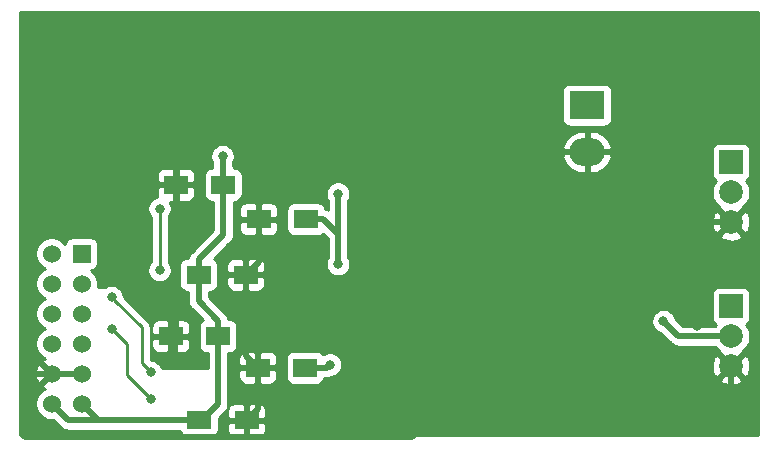
<source format=gbl>
G04 #@! TF.GenerationSoftware,KiCad,Pcbnew,(5.1.2)-2*
G04 #@! TF.CreationDate,2019-07-07T18:05:40+09:00*
G04 #@! TF.ProjectId,PmodICSIF,506d6f64-4943-4534-9946-2e6b69636164,rev?*
G04 #@! TF.SameCoordinates,Original*
G04 #@! TF.FileFunction,Copper,L2,Bot*
G04 #@! TF.FilePolarity,Positive*
%FSLAX46Y46*%
G04 Gerber Fmt 4.6, Leading zero omitted, Abs format (unit mm)*
G04 Created by KiCad (PCBNEW (5.1.2)-2) date 2019-07-07 18:05:40*
%MOMM*%
%LPD*%
G04 APERTURE LIST*
%ADD10R,2.000000X1.600000*%
%ADD11O,3.000000X2.350000*%
%ADD12R,3.000000X2.350000*%
%ADD13R,2.000000X2.000000*%
%ADD14C,2.000000*%
%ADD15R,1.524000X1.524000*%
%ADD16C,1.524000*%
%ADD17C,0.800000*%
%ADD18C,0.500000*%
%ADD19C,0.250000*%
%ADD20C,0.254000*%
G04 APERTURE END LIST*
D10*
X83757000Y-90805000D03*
X87757000Y-90805000D03*
X88201000Y-77978000D03*
X84201000Y-77978000D03*
X91123000Y-93472000D03*
X95123000Y-93472000D03*
X95186000Y-80899000D03*
X91186000Y-80899000D03*
X86170000Y-97917000D03*
X90170000Y-97917000D03*
X90106000Y-85598000D03*
X86106000Y-85598000D03*
D11*
X118999000Y-75207000D03*
D12*
X118999000Y-71247000D03*
D13*
X131191000Y-88265000D03*
D14*
X131191000Y-90805000D03*
X131191000Y-93345000D03*
X131191000Y-81153000D03*
X131191000Y-78613000D03*
D13*
X131191000Y-76073000D03*
D15*
X76200000Y-83820000D03*
D16*
X73660000Y-83820000D03*
X76200000Y-86360000D03*
X73660000Y-86360000D03*
X76200000Y-88900000D03*
X73660000Y-88900000D03*
X76200000Y-91440000D03*
X73660000Y-91440000D03*
X76200000Y-93980000D03*
X73660000Y-93980000D03*
X76200000Y-96520000D03*
X73660000Y-96520000D03*
D17*
X88138000Y-75565000D03*
X125460000Y-89535000D03*
X97239000Y-93218000D03*
X97917000Y-78743000D03*
X97917000Y-84709000D03*
X82804000Y-85217000D03*
X82804000Y-80010000D03*
X78740000Y-87503000D03*
X82042000Y-93853000D03*
X78740000Y-90170000D03*
X82042000Y-96139000D03*
X91186000Y-82674000D03*
X84267000Y-79944000D03*
X84074000Y-92710000D03*
X91137000Y-95250000D03*
X106299000Y-78359000D03*
X106426000Y-91059000D03*
X124968000Y-94361000D03*
X128397000Y-81153000D03*
X118999000Y-78867000D03*
X90170000Y-66040000D03*
X92710000Y-66040000D03*
X95250000Y-66040000D03*
X97790000Y-66040000D03*
X100330000Y-66040000D03*
X102870000Y-66040000D03*
X105410000Y-66040000D03*
X107950000Y-66040000D03*
X110490000Y-66040000D03*
X113030000Y-68580000D03*
X115570000Y-68580000D03*
X118110000Y-68580000D03*
X120650000Y-68580000D03*
X123190000Y-68580000D03*
X125730000Y-69723000D03*
X111760000Y-69977000D03*
X111760000Y-72390000D03*
X125730000Y-72390000D03*
X128270000Y-89916000D03*
X127000000Y-87630000D03*
X125730000Y-91567000D03*
X113030000Y-66040000D03*
X115570000Y-66040000D03*
X118110000Y-66040000D03*
X120650000Y-66040000D03*
X123190000Y-66040000D03*
X125730000Y-66040000D03*
X128270000Y-66040000D03*
X130810000Y-66040000D03*
X91440000Y-68580000D03*
X93980000Y-68580000D03*
X96520000Y-68580000D03*
X99060000Y-68580000D03*
X101600000Y-68580000D03*
X104140000Y-68580000D03*
X106680000Y-68580000D03*
X109220000Y-68580000D03*
X92583000Y-71120000D03*
X95250000Y-71120000D03*
X97790000Y-71120000D03*
X100330000Y-71120000D03*
X102870000Y-71120000D03*
X105410000Y-71120000D03*
X107950000Y-71120000D03*
X90170000Y-71120000D03*
X91440000Y-73660000D03*
X93980000Y-73660000D03*
X96520000Y-73660000D03*
X99060000Y-73660000D03*
X101600000Y-73660000D03*
X104140000Y-73660000D03*
X106680000Y-73660000D03*
X109220000Y-73660000D03*
X92710000Y-76200000D03*
X95250000Y-76200000D03*
X97790000Y-76200000D03*
X102870000Y-76200000D03*
X105410000Y-76200000D03*
X107950000Y-76200000D03*
X86360000Y-67310000D03*
X83820000Y-67310000D03*
X81280000Y-67310000D03*
X80010000Y-69850000D03*
X82550000Y-69850000D03*
X85090000Y-69850000D03*
X86360000Y-72390000D03*
X83820000Y-72390000D03*
X81280000Y-72390000D03*
X80010000Y-74930000D03*
X82550000Y-74930000D03*
X111760000Y-77470000D03*
X113030000Y-80010000D03*
X111760000Y-82550000D03*
X114300000Y-82550000D03*
X114300000Y-86360000D03*
X111760000Y-86360000D03*
X109220000Y-86360000D03*
X106680000Y-86360000D03*
X101600000Y-86360000D03*
X99060000Y-86360000D03*
X96520000Y-86360000D03*
X93980000Y-86360000D03*
X92710000Y-88900000D03*
X95250000Y-88900000D03*
X102870000Y-88900000D03*
X105410000Y-88900000D03*
X107823000Y-88900000D03*
X110490000Y-88900000D03*
X113030000Y-88900000D03*
X115570000Y-88900000D03*
X114300000Y-91440000D03*
X111760000Y-91440000D03*
X109220000Y-91440000D03*
X81280000Y-78740000D03*
X78740000Y-78740000D03*
X78740000Y-81280000D03*
X130810000Y-68580000D03*
X130810000Y-71120000D03*
X128270000Y-72390000D03*
X128270000Y-69850000D03*
X125730000Y-76200000D03*
X127000000Y-85090000D03*
X129540000Y-85090000D03*
X109220000Y-96520000D03*
X111760000Y-96520000D03*
X114300000Y-96520000D03*
X113030000Y-93980000D03*
X110490000Y-93980000D03*
X128270000Y-92837000D03*
X128270000Y-95250000D03*
X128270000Y-97790000D03*
X105410000Y-96520000D03*
X101600000Y-97790000D03*
X78740000Y-85217000D03*
X90106000Y-88837000D03*
X84201000Y-88011000D03*
D18*
X76200000Y-96520000D02*
X77597000Y-97917000D01*
X87757000Y-92105000D02*
X87757000Y-90805000D01*
X87757000Y-96530000D02*
X87757000Y-92105000D01*
X86370000Y-97917000D02*
X87757000Y-96530000D01*
X86170000Y-97917000D02*
X86370000Y-97917000D01*
X86106000Y-87854000D02*
X86106000Y-85598000D01*
X87757000Y-90805000D02*
X87757000Y-89505000D01*
X87757000Y-89505000D02*
X86106000Y-87854000D01*
X86106000Y-84298000D02*
X88138000Y-82266000D01*
X86106000Y-85598000D02*
X86106000Y-84298000D01*
X88138000Y-82266000D02*
X88168000Y-82266000D01*
X88201000Y-82233000D02*
X88201000Y-77978000D01*
X88168000Y-82266000D02*
X88201000Y-82233000D01*
X88201000Y-76678000D02*
X88138000Y-76615000D01*
X88201000Y-77978000D02*
X88201000Y-76678000D01*
X88138000Y-76615000D02*
X88138000Y-75565000D01*
X75057000Y-97917000D02*
X77978000Y-97917000D01*
X73660000Y-96520000D02*
X75057000Y-97917000D01*
X77597000Y-97917000D02*
X77978000Y-97917000D01*
X77978000Y-97917000D02*
X86170000Y-97917000D01*
X126730000Y-90805000D02*
X125460000Y-89535000D01*
X131191000Y-90805000D02*
X126730000Y-90805000D01*
X96985000Y-93472000D02*
X97239000Y-93218000D01*
X95123000Y-93472000D02*
X96985000Y-93472000D01*
X97829000Y-82042000D02*
X97917000Y-82042000D01*
X96686000Y-80899000D02*
X97829000Y-82042000D01*
X95186000Y-80899000D02*
X96686000Y-80899000D01*
X97917000Y-78743000D02*
X97917000Y-82042000D01*
X97917000Y-82042000D02*
X97917000Y-84709000D01*
D19*
X82804000Y-85217000D02*
X82804000Y-80010000D01*
X81280000Y-90043000D02*
X79057500Y-87820500D01*
X81280000Y-93091000D02*
X81280000Y-90043000D01*
X82042000Y-93853000D02*
X81280000Y-93091000D01*
X78740000Y-87503000D02*
X79057500Y-87820500D01*
X79057500Y-87820500D02*
X79139999Y-87902999D01*
X78740000Y-90170000D02*
X79139999Y-90569999D01*
X79139999Y-90569999D02*
X80010000Y-91440000D01*
X80010000Y-91440000D02*
X80010000Y-94107000D01*
X80010000Y-94107000D02*
X82042000Y-96139000D01*
D18*
X84201000Y-90361000D02*
X83757000Y-90805000D01*
X84201000Y-77978000D02*
X84201000Y-88011000D01*
X91186000Y-84518000D02*
X90106000Y-85598000D01*
X91186000Y-80899000D02*
X91186000Y-84518000D01*
X90106000Y-92455000D02*
X91123000Y-93472000D01*
X90106000Y-85598000D02*
X90106000Y-88837000D01*
X91123000Y-96964000D02*
X90170000Y-97917000D01*
X91123000Y-93472000D02*
X91123000Y-96964000D01*
X71247000Y-77978000D02*
X84201000Y-77978000D01*
X73660000Y-93980000D02*
X71247000Y-93980000D01*
X71247000Y-93980000D02*
X71247000Y-77978000D01*
X76200000Y-93980000D02*
X73660000Y-93980000D01*
X84201000Y-77978000D02*
X84201000Y-73660000D01*
X84201000Y-73660000D02*
X91059000Y-73660000D01*
X91186000Y-73787000D02*
X91186000Y-80899000D01*
X91059000Y-73660000D02*
X91186000Y-73787000D01*
X84074000Y-91122000D02*
X83757000Y-90805000D01*
X84074000Y-92710000D02*
X84074000Y-91122000D01*
X90170000Y-99217000D02*
X90170000Y-97917000D01*
X90019999Y-99367001D02*
X90170000Y-99217000D01*
X71427001Y-99367001D02*
X90019999Y-99367001D01*
X71247000Y-99187000D02*
X71427001Y-99367001D01*
X71247000Y-93980000D02*
X71247000Y-99187000D01*
X104193001Y-99367001D02*
X104373002Y-99187000D01*
X131191000Y-93345000D02*
X131191000Y-98933000D01*
X104627002Y-98933000D02*
X104193001Y-99367001D01*
X104267000Y-78359000D02*
X103705999Y-78920001D01*
X106299000Y-78359000D02*
X104267000Y-78359000D01*
X90019999Y-99367001D02*
X103705999Y-99367001D01*
X103705999Y-99367001D02*
X104193001Y-99367001D01*
X103759000Y-91059000D02*
X103705999Y-91005999D01*
X106426000Y-91059000D02*
X103759000Y-91059000D01*
X103705999Y-78920001D02*
X103705999Y-91005999D01*
X103705999Y-91005999D02*
X103705999Y-99367001D01*
X125095000Y-95053685D02*
X125095000Y-98933000D01*
X124968000Y-94926685D02*
X125095000Y-95053685D01*
X124968000Y-94361000D02*
X124968000Y-94926685D01*
X131191000Y-98933000D02*
X125095000Y-98933000D01*
X125095000Y-98933000D02*
X104627002Y-98933000D01*
X131191000Y-81153000D02*
X128397000Y-81153000D01*
X126111000Y-78867000D02*
X118999000Y-78867000D01*
X128397000Y-81153000D02*
X126111000Y-78867000D01*
X90106000Y-88837000D02*
X90106000Y-92455000D01*
X84201000Y-88011000D02*
X84201000Y-90361000D01*
D20*
G36*
X133477000Y-99187000D02*
G01*
X91598259Y-99187000D01*
X91621185Y-99168185D01*
X91700537Y-99071494D01*
X91759502Y-98961180D01*
X91795812Y-98841482D01*
X91808072Y-98717000D01*
X91805000Y-98202750D01*
X91646250Y-98044000D01*
X90297000Y-98044000D01*
X90297000Y-98064000D01*
X90043000Y-98064000D01*
X90043000Y-98044000D01*
X88693750Y-98044000D01*
X88535000Y-98202750D01*
X88531928Y-98717000D01*
X88544188Y-98841482D01*
X88580498Y-98961180D01*
X88639463Y-99071494D01*
X88718815Y-99168185D01*
X88741741Y-99187000D01*
X87598259Y-99187000D01*
X87621185Y-99168185D01*
X87700537Y-99071494D01*
X87759502Y-98961180D01*
X87795812Y-98841482D01*
X87808072Y-98717000D01*
X87808072Y-97730507D01*
X88352050Y-97186529D01*
X88385817Y-97158817D01*
X88420136Y-97117000D01*
X88531928Y-97117000D01*
X88535000Y-97631250D01*
X88693750Y-97790000D01*
X90043000Y-97790000D01*
X90043000Y-96640750D01*
X90297000Y-96640750D01*
X90297000Y-97790000D01*
X91646250Y-97790000D01*
X91805000Y-97631250D01*
X91808072Y-97117000D01*
X91795812Y-96992518D01*
X91759502Y-96872820D01*
X91700537Y-96762506D01*
X91621185Y-96665815D01*
X91524494Y-96586463D01*
X91414180Y-96527498D01*
X91294482Y-96491188D01*
X91170000Y-96478928D01*
X90455750Y-96482000D01*
X90297000Y-96640750D01*
X90043000Y-96640750D01*
X89884250Y-96482000D01*
X89170000Y-96478928D01*
X89045518Y-96491188D01*
X88925820Y-96527498D01*
X88815506Y-96586463D01*
X88718815Y-96665815D01*
X88639463Y-96762506D01*
X88580498Y-96872820D01*
X88544188Y-96992518D01*
X88531928Y-97117000D01*
X88420136Y-97117000D01*
X88421740Y-97115046D01*
X88496410Y-97024060D01*
X88496411Y-97024059D01*
X88578589Y-96870313D01*
X88629195Y-96703490D01*
X88642000Y-96573477D01*
X88642000Y-96573467D01*
X88646281Y-96530001D01*
X88642000Y-96486535D01*
X88642000Y-94272000D01*
X89484928Y-94272000D01*
X89497188Y-94396482D01*
X89533498Y-94516180D01*
X89592463Y-94626494D01*
X89671815Y-94723185D01*
X89768506Y-94802537D01*
X89878820Y-94861502D01*
X89998518Y-94897812D01*
X90123000Y-94910072D01*
X90837250Y-94907000D01*
X90996000Y-94748250D01*
X90996000Y-93599000D01*
X91250000Y-93599000D01*
X91250000Y-94748250D01*
X91408750Y-94907000D01*
X92123000Y-94910072D01*
X92247482Y-94897812D01*
X92367180Y-94861502D01*
X92477494Y-94802537D01*
X92574185Y-94723185D01*
X92653537Y-94626494D01*
X92712502Y-94516180D01*
X92748812Y-94396482D01*
X92761072Y-94272000D01*
X92758000Y-93757750D01*
X92599250Y-93599000D01*
X91250000Y-93599000D01*
X90996000Y-93599000D01*
X89646750Y-93599000D01*
X89488000Y-93757750D01*
X89484928Y-94272000D01*
X88642000Y-94272000D01*
X88642000Y-92672000D01*
X89484928Y-92672000D01*
X89488000Y-93186250D01*
X89646750Y-93345000D01*
X90996000Y-93345000D01*
X90996000Y-92195750D01*
X91250000Y-92195750D01*
X91250000Y-93345000D01*
X92599250Y-93345000D01*
X92758000Y-93186250D01*
X92761072Y-92672000D01*
X93484928Y-92672000D01*
X93484928Y-94272000D01*
X93497188Y-94396482D01*
X93533498Y-94516180D01*
X93592463Y-94626494D01*
X93671815Y-94723185D01*
X93768506Y-94802537D01*
X93878820Y-94861502D01*
X93998518Y-94897812D01*
X94123000Y-94910072D01*
X96123000Y-94910072D01*
X96247482Y-94897812D01*
X96367180Y-94861502D01*
X96477494Y-94802537D01*
X96574185Y-94723185D01*
X96653537Y-94626494D01*
X96712502Y-94516180D01*
X96723351Y-94480413D01*
X130235192Y-94480413D01*
X130330956Y-94744814D01*
X130620571Y-94885704D01*
X130932108Y-94967384D01*
X131253595Y-94986718D01*
X131572675Y-94942961D01*
X131877088Y-94837795D01*
X132051044Y-94744814D01*
X132146808Y-94480413D01*
X131191000Y-93524605D01*
X130235192Y-94480413D01*
X96723351Y-94480413D01*
X96748812Y-94396482D01*
X96752701Y-94357000D01*
X96941531Y-94357000D01*
X96985000Y-94361281D01*
X97028469Y-94357000D01*
X97028477Y-94357000D01*
X97158490Y-94344195D01*
X97325313Y-94293589D01*
X97436998Y-94233893D01*
X97540898Y-94213226D01*
X97729256Y-94135205D01*
X97898774Y-94021937D01*
X98042937Y-93877774D01*
X98156205Y-93708256D01*
X98234226Y-93519898D01*
X98256564Y-93407595D01*
X129549282Y-93407595D01*
X129593039Y-93726675D01*
X129698205Y-94031088D01*
X129791186Y-94205044D01*
X130055587Y-94300808D01*
X131011395Y-93345000D01*
X131370605Y-93345000D01*
X132326413Y-94300808D01*
X132590814Y-94205044D01*
X132731704Y-93915429D01*
X132813384Y-93603892D01*
X132832718Y-93282405D01*
X132788961Y-92963325D01*
X132683795Y-92658912D01*
X132590814Y-92484956D01*
X132326413Y-92389192D01*
X131370605Y-93345000D01*
X131011395Y-93345000D01*
X130055587Y-92389192D01*
X129791186Y-92484956D01*
X129650296Y-92774571D01*
X129568616Y-93086108D01*
X129549282Y-93407595D01*
X98256564Y-93407595D01*
X98274000Y-93319939D01*
X98274000Y-93116061D01*
X98234226Y-92916102D01*
X98156205Y-92727744D01*
X98042937Y-92558226D01*
X97898774Y-92414063D01*
X97729256Y-92300795D01*
X97540898Y-92222774D01*
X97340939Y-92183000D01*
X97137061Y-92183000D01*
X96937102Y-92222774D01*
X96748744Y-92300795D01*
X96672010Y-92352067D01*
X96653537Y-92317506D01*
X96574185Y-92220815D01*
X96477494Y-92141463D01*
X96367180Y-92082498D01*
X96247482Y-92046188D01*
X96123000Y-92033928D01*
X94123000Y-92033928D01*
X93998518Y-92046188D01*
X93878820Y-92082498D01*
X93768506Y-92141463D01*
X93671815Y-92220815D01*
X93592463Y-92317506D01*
X93533498Y-92427820D01*
X93497188Y-92547518D01*
X93484928Y-92672000D01*
X92761072Y-92672000D01*
X92748812Y-92547518D01*
X92712502Y-92427820D01*
X92653537Y-92317506D01*
X92574185Y-92220815D01*
X92477494Y-92141463D01*
X92367180Y-92082498D01*
X92247482Y-92046188D01*
X92123000Y-92033928D01*
X91408750Y-92037000D01*
X91250000Y-92195750D01*
X90996000Y-92195750D01*
X90837250Y-92037000D01*
X90123000Y-92033928D01*
X89998518Y-92046188D01*
X89878820Y-92082498D01*
X89768506Y-92141463D01*
X89671815Y-92220815D01*
X89592463Y-92317506D01*
X89533498Y-92427820D01*
X89497188Y-92547518D01*
X89484928Y-92672000D01*
X88642000Y-92672000D01*
X88642000Y-92243072D01*
X88757000Y-92243072D01*
X88881482Y-92230812D01*
X89001180Y-92194502D01*
X89111494Y-92135537D01*
X89208185Y-92056185D01*
X89287537Y-91959494D01*
X89346502Y-91849180D01*
X89382812Y-91729482D01*
X89395072Y-91605000D01*
X89395072Y-90005000D01*
X89382812Y-89880518D01*
X89346502Y-89760820D01*
X89287537Y-89650506D01*
X89208185Y-89553815D01*
X89111494Y-89474463D01*
X89034038Y-89433061D01*
X124425000Y-89433061D01*
X124425000Y-89636939D01*
X124464774Y-89836898D01*
X124542795Y-90025256D01*
X124656063Y-90194774D01*
X124800226Y-90338937D01*
X124969744Y-90452205D01*
X125158102Y-90530226D01*
X125214957Y-90541535D01*
X126073470Y-91400049D01*
X126101183Y-91433817D01*
X126134951Y-91461530D01*
X126134953Y-91461532D01*
X126154041Y-91477197D01*
X126235941Y-91544411D01*
X126389687Y-91626589D01*
X126556510Y-91677195D01*
X126686523Y-91690000D01*
X126686533Y-91690000D01*
X126729999Y-91694281D01*
X126773465Y-91690000D01*
X129815941Y-91690000D01*
X129921013Y-91847252D01*
X130148748Y-92074987D01*
X130257600Y-92147720D01*
X130235192Y-92209587D01*
X131191000Y-93165395D01*
X132146808Y-92209587D01*
X132124400Y-92147720D01*
X132233252Y-92074987D01*
X132460987Y-91847252D01*
X132639918Y-91579463D01*
X132763168Y-91281912D01*
X132826000Y-90966033D01*
X132826000Y-90643967D01*
X132763168Y-90328088D01*
X132639918Y-90030537D01*
X132499370Y-89820191D01*
X132545494Y-89795537D01*
X132642185Y-89716185D01*
X132721537Y-89619494D01*
X132780502Y-89509180D01*
X132816812Y-89389482D01*
X132829072Y-89265000D01*
X132829072Y-87265000D01*
X132816812Y-87140518D01*
X132780502Y-87020820D01*
X132721537Y-86910506D01*
X132642185Y-86813815D01*
X132545494Y-86734463D01*
X132435180Y-86675498D01*
X132315482Y-86639188D01*
X132191000Y-86626928D01*
X130191000Y-86626928D01*
X130066518Y-86639188D01*
X129946820Y-86675498D01*
X129836506Y-86734463D01*
X129739815Y-86813815D01*
X129660463Y-86910506D01*
X129601498Y-87020820D01*
X129565188Y-87140518D01*
X129552928Y-87265000D01*
X129552928Y-89265000D01*
X129565188Y-89389482D01*
X129601498Y-89509180D01*
X129660463Y-89619494D01*
X129739815Y-89716185D01*
X129836506Y-89795537D01*
X129882630Y-89820191D01*
X129815941Y-89920000D01*
X127096579Y-89920000D01*
X126466535Y-89289957D01*
X126455226Y-89233102D01*
X126377205Y-89044744D01*
X126263937Y-88875226D01*
X126119774Y-88731063D01*
X125950256Y-88617795D01*
X125761898Y-88539774D01*
X125561939Y-88500000D01*
X125358061Y-88500000D01*
X125158102Y-88539774D01*
X124969744Y-88617795D01*
X124800226Y-88731063D01*
X124656063Y-88875226D01*
X124542795Y-89044744D01*
X124464774Y-89233102D01*
X124425000Y-89433061D01*
X89034038Y-89433061D01*
X89001180Y-89415498D01*
X88881482Y-89379188D01*
X88757000Y-89366928D01*
X88632683Y-89366928D01*
X88629195Y-89331510D01*
X88623294Y-89312057D01*
X88578589Y-89164686D01*
X88496411Y-89010941D01*
X88413532Y-88909953D01*
X88413530Y-88909951D01*
X88385817Y-88876183D01*
X88352049Y-88848470D01*
X86991000Y-87487422D01*
X86991000Y-87036072D01*
X87106000Y-87036072D01*
X87230482Y-87023812D01*
X87350180Y-86987502D01*
X87460494Y-86928537D01*
X87557185Y-86849185D01*
X87636537Y-86752494D01*
X87695502Y-86642180D01*
X87731812Y-86522482D01*
X87744072Y-86398000D01*
X88467928Y-86398000D01*
X88480188Y-86522482D01*
X88516498Y-86642180D01*
X88575463Y-86752494D01*
X88654815Y-86849185D01*
X88751506Y-86928537D01*
X88861820Y-86987502D01*
X88981518Y-87023812D01*
X89106000Y-87036072D01*
X89820250Y-87033000D01*
X89979000Y-86874250D01*
X89979000Y-85725000D01*
X90233000Y-85725000D01*
X90233000Y-86874250D01*
X90391750Y-87033000D01*
X91106000Y-87036072D01*
X91230482Y-87023812D01*
X91350180Y-86987502D01*
X91460494Y-86928537D01*
X91557185Y-86849185D01*
X91636537Y-86752494D01*
X91695502Y-86642180D01*
X91731812Y-86522482D01*
X91744072Y-86398000D01*
X91741000Y-85883750D01*
X91582250Y-85725000D01*
X90233000Y-85725000D01*
X89979000Y-85725000D01*
X88629750Y-85725000D01*
X88471000Y-85883750D01*
X88467928Y-86398000D01*
X87744072Y-86398000D01*
X87744072Y-84798000D01*
X88467928Y-84798000D01*
X88471000Y-85312250D01*
X88629750Y-85471000D01*
X89979000Y-85471000D01*
X89979000Y-84321750D01*
X90233000Y-84321750D01*
X90233000Y-85471000D01*
X91582250Y-85471000D01*
X91741000Y-85312250D01*
X91744072Y-84798000D01*
X91731812Y-84673518D01*
X91695502Y-84553820D01*
X91636537Y-84443506D01*
X91557185Y-84346815D01*
X91460494Y-84267463D01*
X91350180Y-84208498D01*
X91230482Y-84172188D01*
X91106000Y-84159928D01*
X90391750Y-84163000D01*
X90233000Y-84321750D01*
X89979000Y-84321750D01*
X89820250Y-84163000D01*
X89106000Y-84159928D01*
X88981518Y-84172188D01*
X88861820Y-84208498D01*
X88751506Y-84267463D01*
X88654815Y-84346815D01*
X88575463Y-84443506D01*
X88516498Y-84553820D01*
X88480188Y-84673518D01*
X88467928Y-84798000D01*
X87744072Y-84798000D01*
X87731812Y-84673518D01*
X87695502Y-84553820D01*
X87636537Y-84443506D01*
X87557185Y-84346815D01*
X87460494Y-84267463D01*
X87413327Y-84242251D01*
X88636514Y-83019065D01*
X88662059Y-83005411D01*
X88796817Y-82894817D01*
X88811692Y-82876692D01*
X88829817Y-82861817D01*
X88940411Y-82727059D01*
X89022589Y-82573313D01*
X89073195Y-82406490D01*
X89086000Y-82276477D01*
X89086000Y-82276467D01*
X89090281Y-82233001D01*
X89086000Y-82189534D01*
X89086000Y-81699000D01*
X89547928Y-81699000D01*
X89560188Y-81823482D01*
X89596498Y-81943180D01*
X89655463Y-82053494D01*
X89734815Y-82150185D01*
X89831506Y-82229537D01*
X89941820Y-82288502D01*
X90061518Y-82324812D01*
X90186000Y-82337072D01*
X90900250Y-82334000D01*
X91059000Y-82175250D01*
X91059000Y-81026000D01*
X91313000Y-81026000D01*
X91313000Y-82175250D01*
X91471750Y-82334000D01*
X92186000Y-82337072D01*
X92310482Y-82324812D01*
X92430180Y-82288502D01*
X92540494Y-82229537D01*
X92637185Y-82150185D01*
X92716537Y-82053494D01*
X92775502Y-81943180D01*
X92811812Y-81823482D01*
X92824072Y-81699000D01*
X92821000Y-81184750D01*
X92662250Y-81026000D01*
X91313000Y-81026000D01*
X91059000Y-81026000D01*
X89709750Y-81026000D01*
X89551000Y-81184750D01*
X89547928Y-81699000D01*
X89086000Y-81699000D01*
X89086000Y-80099000D01*
X89547928Y-80099000D01*
X89551000Y-80613250D01*
X89709750Y-80772000D01*
X91059000Y-80772000D01*
X91059000Y-79622750D01*
X91313000Y-79622750D01*
X91313000Y-80772000D01*
X92662250Y-80772000D01*
X92821000Y-80613250D01*
X92824072Y-80099000D01*
X93547928Y-80099000D01*
X93547928Y-81699000D01*
X93560188Y-81823482D01*
X93596498Y-81943180D01*
X93655463Y-82053494D01*
X93734815Y-82150185D01*
X93831506Y-82229537D01*
X93941820Y-82288502D01*
X94061518Y-82324812D01*
X94186000Y-82337072D01*
X96186000Y-82337072D01*
X96310482Y-82324812D01*
X96430180Y-82288502D01*
X96540494Y-82229537D01*
X96637185Y-82150185D01*
X96659011Y-82123590D01*
X97032000Y-82496579D01*
X97032001Y-84170545D01*
X96999795Y-84218744D01*
X96921774Y-84407102D01*
X96882000Y-84607061D01*
X96882000Y-84810939D01*
X96921774Y-85010898D01*
X96999795Y-85199256D01*
X97113063Y-85368774D01*
X97257226Y-85512937D01*
X97426744Y-85626205D01*
X97615102Y-85704226D01*
X97815061Y-85744000D01*
X98018939Y-85744000D01*
X98218898Y-85704226D01*
X98407256Y-85626205D01*
X98576774Y-85512937D01*
X98720937Y-85368774D01*
X98834205Y-85199256D01*
X98912226Y-85010898D01*
X98952000Y-84810939D01*
X98952000Y-84607061D01*
X98912226Y-84407102D01*
X98834205Y-84218744D01*
X98802000Y-84170546D01*
X98802000Y-82288413D01*
X130235192Y-82288413D01*
X130330956Y-82552814D01*
X130620571Y-82693704D01*
X130932108Y-82775384D01*
X131253595Y-82794718D01*
X131572675Y-82750961D01*
X131877088Y-82645795D01*
X132051044Y-82552814D01*
X132146808Y-82288413D01*
X131191000Y-81332605D01*
X130235192Y-82288413D01*
X98802000Y-82288413D01*
X98802000Y-82085477D01*
X98806282Y-82042000D01*
X98802000Y-81998523D01*
X98802000Y-81215595D01*
X129549282Y-81215595D01*
X129593039Y-81534675D01*
X129698205Y-81839088D01*
X129791186Y-82013044D01*
X130055587Y-82108808D01*
X131011395Y-81153000D01*
X131370605Y-81153000D01*
X132326413Y-82108808D01*
X132590814Y-82013044D01*
X132731704Y-81723429D01*
X132813384Y-81411892D01*
X132832718Y-81090405D01*
X132788961Y-80771325D01*
X132683795Y-80466912D01*
X132590814Y-80292956D01*
X132326413Y-80197192D01*
X131370605Y-81153000D01*
X131011395Y-81153000D01*
X130055587Y-80197192D01*
X129791186Y-80292956D01*
X129650296Y-80582571D01*
X129568616Y-80894108D01*
X129549282Y-81215595D01*
X98802000Y-81215595D01*
X98802000Y-79281454D01*
X98834205Y-79233256D01*
X98912226Y-79044898D01*
X98952000Y-78844939D01*
X98952000Y-78641061D01*
X98912226Y-78441102D01*
X98834205Y-78252744D01*
X98720937Y-78083226D01*
X98576774Y-77939063D01*
X98407256Y-77825795D01*
X98218898Y-77747774D01*
X98018939Y-77708000D01*
X97815061Y-77708000D01*
X97615102Y-77747774D01*
X97426744Y-77825795D01*
X97257226Y-77939063D01*
X97113063Y-78083226D01*
X96999795Y-78252744D01*
X96921774Y-78441102D01*
X96882000Y-78641061D01*
X96882000Y-78844939D01*
X96921774Y-79044898D01*
X96999795Y-79233256D01*
X97032000Y-79281455D01*
X97032000Y-80080451D01*
X97026313Y-80077411D01*
X96859490Y-80026805D01*
X96816545Y-80022575D01*
X96811812Y-79974518D01*
X96775502Y-79854820D01*
X96716537Y-79744506D01*
X96637185Y-79647815D01*
X96540494Y-79568463D01*
X96430180Y-79509498D01*
X96310482Y-79473188D01*
X96186000Y-79460928D01*
X94186000Y-79460928D01*
X94061518Y-79473188D01*
X93941820Y-79509498D01*
X93831506Y-79568463D01*
X93734815Y-79647815D01*
X93655463Y-79744506D01*
X93596498Y-79854820D01*
X93560188Y-79974518D01*
X93547928Y-80099000D01*
X92824072Y-80099000D01*
X92811812Y-79974518D01*
X92775502Y-79854820D01*
X92716537Y-79744506D01*
X92637185Y-79647815D01*
X92540494Y-79568463D01*
X92430180Y-79509498D01*
X92310482Y-79473188D01*
X92186000Y-79460928D01*
X91471750Y-79464000D01*
X91313000Y-79622750D01*
X91059000Y-79622750D01*
X90900250Y-79464000D01*
X90186000Y-79460928D01*
X90061518Y-79473188D01*
X89941820Y-79509498D01*
X89831506Y-79568463D01*
X89734815Y-79647815D01*
X89655463Y-79744506D01*
X89596498Y-79854820D01*
X89560188Y-79974518D01*
X89547928Y-80099000D01*
X89086000Y-80099000D01*
X89086000Y-79416072D01*
X89201000Y-79416072D01*
X89325482Y-79403812D01*
X89445180Y-79367502D01*
X89555494Y-79308537D01*
X89652185Y-79229185D01*
X89731537Y-79132494D01*
X89790502Y-79022180D01*
X89826812Y-78902482D01*
X89839072Y-78778000D01*
X89839072Y-77178000D01*
X89826812Y-77053518D01*
X89790502Y-76933820D01*
X89731537Y-76823506D01*
X89652185Y-76726815D01*
X89555494Y-76647463D01*
X89445180Y-76588498D01*
X89325482Y-76552188D01*
X89201000Y-76539928D01*
X89076683Y-76539928D01*
X89073195Y-76504510D01*
X89023000Y-76339042D01*
X89023000Y-76103454D01*
X89055205Y-76055256D01*
X89133226Y-75866898D01*
X89173000Y-75666939D01*
X89173000Y-75614885D01*
X116910557Y-75614885D01*
X116953178Y-75782324D01*
X117098483Y-76106985D01*
X117304334Y-76397060D01*
X117562821Y-76641402D01*
X117864010Y-76830621D01*
X118196327Y-76957445D01*
X118547000Y-77017000D01*
X118872000Y-77017000D01*
X118872000Y-75334000D01*
X119126000Y-75334000D01*
X119126000Y-77017000D01*
X119451000Y-77017000D01*
X119801673Y-76957445D01*
X120133990Y-76830621D01*
X120435179Y-76641402D01*
X120693666Y-76397060D01*
X120899517Y-76106985D01*
X121044822Y-75782324D01*
X121087443Y-75614885D01*
X120970359Y-75334000D01*
X119126000Y-75334000D01*
X118872000Y-75334000D01*
X117027641Y-75334000D01*
X116910557Y-75614885D01*
X89173000Y-75614885D01*
X89173000Y-75463061D01*
X89133226Y-75263102D01*
X89055205Y-75074744D01*
X88941937Y-74905226D01*
X88835826Y-74799115D01*
X116910557Y-74799115D01*
X117027641Y-75080000D01*
X118872000Y-75080000D01*
X118872000Y-73397000D01*
X119126000Y-73397000D01*
X119126000Y-75080000D01*
X120970359Y-75080000D01*
X120973276Y-75073000D01*
X129552928Y-75073000D01*
X129552928Y-77073000D01*
X129565188Y-77197482D01*
X129601498Y-77317180D01*
X129660463Y-77427494D01*
X129739815Y-77524185D01*
X129836506Y-77603537D01*
X129882630Y-77628191D01*
X129742082Y-77838537D01*
X129618832Y-78136088D01*
X129556000Y-78451967D01*
X129556000Y-78774033D01*
X129618832Y-79089912D01*
X129742082Y-79387463D01*
X129921013Y-79655252D01*
X130148748Y-79882987D01*
X130257600Y-79955720D01*
X130235192Y-80017587D01*
X131191000Y-80973395D01*
X132146808Y-80017587D01*
X132124400Y-79955720D01*
X132233252Y-79882987D01*
X132460987Y-79655252D01*
X132639918Y-79387463D01*
X132763168Y-79089912D01*
X132826000Y-78774033D01*
X132826000Y-78451967D01*
X132763168Y-78136088D01*
X132639918Y-77838537D01*
X132499370Y-77628191D01*
X132545494Y-77603537D01*
X132642185Y-77524185D01*
X132721537Y-77427494D01*
X132780502Y-77317180D01*
X132816812Y-77197482D01*
X132829072Y-77073000D01*
X132829072Y-75073000D01*
X132816812Y-74948518D01*
X132780502Y-74828820D01*
X132721537Y-74718506D01*
X132642185Y-74621815D01*
X132545494Y-74542463D01*
X132435180Y-74483498D01*
X132315482Y-74447188D01*
X132191000Y-74434928D01*
X130191000Y-74434928D01*
X130066518Y-74447188D01*
X129946820Y-74483498D01*
X129836506Y-74542463D01*
X129739815Y-74621815D01*
X129660463Y-74718506D01*
X129601498Y-74828820D01*
X129565188Y-74948518D01*
X129552928Y-75073000D01*
X120973276Y-75073000D01*
X121087443Y-74799115D01*
X121044822Y-74631676D01*
X120899517Y-74307015D01*
X120693666Y-74016940D01*
X120435179Y-73772598D01*
X120133990Y-73583379D01*
X119801673Y-73456555D01*
X119451000Y-73397000D01*
X119126000Y-73397000D01*
X118872000Y-73397000D01*
X118547000Y-73397000D01*
X118196327Y-73456555D01*
X117864010Y-73583379D01*
X117562821Y-73772598D01*
X117304334Y-74016940D01*
X117098483Y-74307015D01*
X116953178Y-74631676D01*
X116910557Y-74799115D01*
X88835826Y-74799115D01*
X88797774Y-74761063D01*
X88628256Y-74647795D01*
X88439898Y-74569774D01*
X88239939Y-74530000D01*
X88036061Y-74530000D01*
X87836102Y-74569774D01*
X87647744Y-74647795D01*
X87478226Y-74761063D01*
X87334063Y-74905226D01*
X87220795Y-75074744D01*
X87142774Y-75263102D01*
X87103000Y-75463061D01*
X87103000Y-75666939D01*
X87142774Y-75866898D01*
X87220795Y-76055256D01*
X87253000Y-76103455D01*
X87253000Y-76539928D01*
X87201000Y-76539928D01*
X87076518Y-76552188D01*
X86956820Y-76588498D01*
X86846506Y-76647463D01*
X86749815Y-76726815D01*
X86670463Y-76823506D01*
X86611498Y-76933820D01*
X86575188Y-77053518D01*
X86562928Y-77178000D01*
X86562928Y-78778000D01*
X86575188Y-78902482D01*
X86611498Y-79022180D01*
X86670463Y-79132494D01*
X86749815Y-79229185D01*
X86846506Y-79308537D01*
X86956820Y-79367502D01*
X87076518Y-79403812D01*
X87201000Y-79416072D01*
X87316001Y-79416072D01*
X87316000Y-81836421D01*
X85510951Y-83641471D01*
X85477184Y-83669183D01*
X85449471Y-83702951D01*
X85449468Y-83702954D01*
X85366590Y-83803941D01*
X85284412Y-83957687D01*
X85233805Y-84124510D01*
X85230317Y-84159928D01*
X85106000Y-84159928D01*
X84981518Y-84172188D01*
X84861820Y-84208498D01*
X84751506Y-84267463D01*
X84654815Y-84346815D01*
X84575463Y-84443506D01*
X84516498Y-84553820D01*
X84480188Y-84673518D01*
X84467928Y-84798000D01*
X84467928Y-86398000D01*
X84480188Y-86522482D01*
X84516498Y-86642180D01*
X84575463Y-86752494D01*
X84654815Y-86849185D01*
X84751506Y-86928537D01*
X84861820Y-86987502D01*
X84981518Y-87023812D01*
X85106000Y-87036072D01*
X85221000Y-87036072D01*
X85221000Y-87810531D01*
X85216719Y-87854000D01*
X85221000Y-87897469D01*
X85221000Y-87897476D01*
X85230433Y-87993256D01*
X85233805Y-88027490D01*
X85249157Y-88078096D01*
X85284411Y-88194312D01*
X85366589Y-88348058D01*
X85477183Y-88482817D01*
X85510956Y-88510534D01*
X86449673Y-89449251D01*
X86402506Y-89474463D01*
X86305815Y-89553815D01*
X86226463Y-89650506D01*
X86167498Y-89760820D01*
X86131188Y-89880518D01*
X86118928Y-90005000D01*
X86118928Y-91605000D01*
X86131188Y-91729482D01*
X86167498Y-91849180D01*
X86226463Y-91959494D01*
X86305815Y-92056185D01*
X86402506Y-92135537D01*
X86512820Y-92194502D01*
X86632518Y-92230812D01*
X86757000Y-92243072D01*
X86872001Y-92243072D01*
X86872001Y-93472000D01*
X83004461Y-93472000D01*
X82959205Y-93362744D01*
X82845937Y-93193226D01*
X82701774Y-93049063D01*
X82532256Y-92935795D01*
X82343898Y-92857774D01*
X82143939Y-92818000D01*
X82081801Y-92818000D01*
X82040000Y-92776199D01*
X82040000Y-91605000D01*
X82118928Y-91605000D01*
X82131188Y-91729482D01*
X82167498Y-91849180D01*
X82226463Y-91959494D01*
X82305815Y-92056185D01*
X82402506Y-92135537D01*
X82512820Y-92194502D01*
X82632518Y-92230812D01*
X82757000Y-92243072D01*
X83471250Y-92240000D01*
X83630000Y-92081250D01*
X83630000Y-90932000D01*
X83884000Y-90932000D01*
X83884000Y-92081250D01*
X84042750Y-92240000D01*
X84757000Y-92243072D01*
X84881482Y-92230812D01*
X85001180Y-92194502D01*
X85111494Y-92135537D01*
X85208185Y-92056185D01*
X85287537Y-91959494D01*
X85346502Y-91849180D01*
X85382812Y-91729482D01*
X85395072Y-91605000D01*
X85392000Y-91090750D01*
X85233250Y-90932000D01*
X83884000Y-90932000D01*
X83630000Y-90932000D01*
X82280750Y-90932000D01*
X82122000Y-91090750D01*
X82118928Y-91605000D01*
X82040000Y-91605000D01*
X82040000Y-90080325D01*
X82043676Y-90043000D01*
X82040000Y-90005675D01*
X82040000Y-90005667D01*
X82039935Y-90005000D01*
X82118928Y-90005000D01*
X82122000Y-90519250D01*
X82280750Y-90678000D01*
X83630000Y-90678000D01*
X83630000Y-89528750D01*
X83884000Y-89528750D01*
X83884000Y-90678000D01*
X85233250Y-90678000D01*
X85392000Y-90519250D01*
X85395072Y-90005000D01*
X85382812Y-89880518D01*
X85346502Y-89760820D01*
X85287537Y-89650506D01*
X85208185Y-89553815D01*
X85111494Y-89474463D01*
X85001180Y-89415498D01*
X84881482Y-89379188D01*
X84757000Y-89366928D01*
X84042750Y-89370000D01*
X83884000Y-89528750D01*
X83630000Y-89528750D01*
X83471250Y-89370000D01*
X82757000Y-89366928D01*
X82632518Y-89379188D01*
X82512820Y-89415498D01*
X82402506Y-89474463D01*
X82305815Y-89553815D01*
X82226463Y-89650506D01*
X82167498Y-89760820D01*
X82131188Y-89880518D01*
X82118928Y-90005000D01*
X82039935Y-90005000D01*
X82029003Y-89894014D01*
X81985546Y-89750753D01*
X81914974Y-89618724D01*
X81820001Y-89502999D01*
X81791003Y-89479201D01*
X79775000Y-87463199D01*
X79775000Y-87401061D01*
X79735226Y-87201102D01*
X79657205Y-87012744D01*
X79543937Y-86843226D01*
X79399774Y-86699063D01*
X79230256Y-86585795D01*
X79041898Y-86507774D01*
X78841939Y-86468000D01*
X78638061Y-86468000D01*
X78438102Y-86507774D01*
X78249744Y-86585795D01*
X78207532Y-86614000D01*
X77573845Y-86614000D01*
X77597000Y-86497592D01*
X77597000Y-86222408D01*
X77543314Y-85952510D01*
X77438005Y-85698273D01*
X77285120Y-85469465D01*
X77090535Y-85274880D01*
X77002535Y-85216080D01*
X77086482Y-85207812D01*
X77206180Y-85171502D01*
X77316494Y-85112537D01*
X77413185Y-85033185D01*
X77492537Y-84936494D01*
X77551502Y-84826180D01*
X77587812Y-84706482D01*
X77600072Y-84582000D01*
X77600072Y-83058000D01*
X77587812Y-82933518D01*
X77551502Y-82813820D01*
X77492537Y-82703506D01*
X77413185Y-82606815D01*
X77316494Y-82527463D01*
X77206180Y-82468498D01*
X77086482Y-82432188D01*
X76962000Y-82419928D01*
X75438000Y-82419928D01*
X75313518Y-82432188D01*
X75193820Y-82468498D01*
X75083506Y-82527463D01*
X74986815Y-82606815D01*
X74907463Y-82703506D01*
X74848498Y-82813820D01*
X74812188Y-82933518D01*
X74803920Y-83017465D01*
X74745120Y-82929465D01*
X74550535Y-82734880D01*
X74321727Y-82581995D01*
X74067490Y-82476686D01*
X73797592Y-82423000D01*
X73522408Y-82423000D01*
X73252510Y-82476686D01*
X72998273Y-82581995D01*
X72769465Y-82734880D01*
X72574880Y-82929465D01*
X72421995Y-83158273D01*
X72316686Y-83412510D01*
X72263000Y-83682408D01*
X72263000Y-83957592D01*
X72316686Y-84227490D01*
X72421995Y-84481727D01*
X72574880Y-84710535D01*
X72769465Y-84905120D01*
X72998273Y-85058005D01*
X73075515Y-85090000D01*
X72998273Y-85121995D01*
X72769465Y-85274880D01*
X72574880Y-85469465D01*
X72421995Y-85698273D01*
X72316686Y-85952510D01*
X72263000Y-86222408D01*
X72263000Y-86497592D01*
X72316686Y-86767490D01*
X72421995Y-87021727D01*
X72574880Y-87250535D01*
X72769465Y-87445120D01*
X72998273Y-87598005D01*
X73075515Y-87630000D01*
X72998273Y-87661995D01*
X72769465Y-87814880D01*
X72574880Y-88009465D01*
X72421995Y-88238273D01*
X72316686Y-88492510D01*
X72263000Y-88762408D01*
X72263000Y-89037592D01*
X72316686Y-89307490D01*
X72421995Y-89561727D01*
X72574880Y-89790535D01*
X72769465Y-89985120D01*
X72998273Y-90138005D01*
X73075515Y-90170000D01*
X72998273Y-90201995D01*
X72769465Y-90354880D01*
X72574880Y-90549465D01*
X72421995Y-90778273D01*
X72316686Y-91032510D01*
X72263000Y-91302408D01*
X72263000Y-91577592D01*
X72316686Y-91847490D01*
X72421995Y-92101727D01*
X72574880Y-92330535D01*
X72769465Y-92525120D01*
X72998273Y-92678005D01*
X73069943Y-92707692D01*
X73056977Y-92712364D01*
X72941020Y-92774344D01*
X72874040Y-93014435D01*
X73660000Y-93800395D01*
X73674143Y-93786253D01*
X73853748Y-93965858D01*
X73839605Y-93980000D01*
X73853748Y-93994143D01*
X73674143Y-94173748D01*
X73660000Y-94159605D01*
X72874040Y-94945565D01*
X72941020Y-95185656D01*
X73076760Y-95249485D01*
X72998273Y-95281995D01*
X72769465Y-95434880D01*
X72574880Y-95629465D01*
X72421995Y-95858273D01*
X72316686Y-96112510D01*
X72263000Y-96382408D01*
X72263000Y-96657592D01*
X72316686Y-96927490D01*
X72421995Y-97181727D01*
X72574880Y-97410535D01*
X72769465Y-97605120D01*
X72998273Y-97758005D01*
X73252510Y-97863314D01*
X73522408Y-97917000D01*
X73797592Y-97917000D01*
X73804122Y-97915701D01*
X74400470Y-98512049D01*
X74428183Y-98545817D01*
X74461951Y-98573530D01*
X74461953Y-98573532D01*
X74533452Y-98632210D01*
X74562941Y-98656411D01*
X74716687Y-98738589D01*
X74883510Y-98789195D01*
X75013523Y-98802000D01*
X75013533Y-98802000D01*
X75056999Y-98806281D01*
X75100465Y-98802000D01*
X77553533Y-98802000D01*
X77596999Y-98806281D01*
X77640465Y-98802000D01*
X84540299Y-98802000D01*
X84544188Y-98841482D01*
X84580498Y-98961180D01*
X84639463Y-99071494D01*
X84718815Y-99168185D01*
X84741741Y-99187000D01*
X70993000Y-99187000D01*
X70993000Y-94052017D01*
X72258090Y-94052017D01*
X72299078Y-94324133D01*
X72392364Y-94583023D01*
X72454344Y-94698980D01*
X72694435Y-94765960D01*
X73480395Y-93980000D01*
X72694435Y-93194040D01*
X72454344Y-93261020D01*
X72337244Y-93510048D01*
X72270977Y-93777135D01*
X72258090Y-94052017D01*
X70993000Y-94052017D01*
X70993000Y-79908061D01*
X81769000Y-79908061D01*
X81769000Y-80111939D01*
X81808774Y-80311898D01*
X81886795Y-80500256D01*
X82000063Y-80669774D01*
X82044001Y-80713712D01*
X82044000Y-84513289D01*
X82000063Y-84557226D01*
X81886795Y-84726744D01*
X81808774Y-84915102D01*
X81769000Y-85115061D01*
X81769000Y-85318939D01*
X81808774Y-85518898D01*
X81886795Y-85707256D01*
X82000063Y-85876774D01*
X82144226Y-86020937D01*
X82313744Y-86134205D01*
X82502102Y-86212226D01*
X82702061Y-86252000D01*
X82905939Y-86252000D01*
X83105898Y-86212226D01*
X83294256Y-86134205D01*
X83463774Y-86020937D01*
X83607937Y-85876774D01*
X83721205Y-85707256D01*
X83799226Y-85518898D01*
X83839000Y-85318939D01*
X83839000Y-85115061D01*
X83799226Y-84915102D01*
X83721205Y-84726744D01*
X83607937Y-84557226D01*
X83564000Y-84513289D01*
X83564000Y-80713711D01*
X83607937Y-80669774D01*
X83721205Y-80500256D01*
X83799226Y-80311898D01*
X83839000Y-80111939D01*
X83839000Y-79908061D01*
X83799226Y-79708102D01*
X83721205Y-79519744D01*
X83650642Y-79414138D01*
X83915250Y-79413000D01*
X84074000Y-79254250D01*
X84074000Y-78105000D01*
X84328000Y-78105000D01*
X84328000Y-79254250D01*
X84486750Y-79413000D01*
X85201000Y-79416072D01*
X85325482Y-79403812D01*
X85445180Y-79367502D01*
X85555494Y-79308537D01*
X85652185Y-79229185D01*
X85731537Y-79132494D01*
X85790502Y-79022180D01*
X85826812Y-78902482D01*
X85839072Y-78778000D01*
X85836000Y-78263750D01*
X85677250Y-78105000D01*
X84328000Y-78105000D01*
X84074000Y-78105000D01*
X82724750Y-78105000D01*
X82566000Y-78263750D01*
X82562928Y-78778000D01*
X82575188Y-78902482D01*
X82603154Y-78994674D01*
X82502102Y-79014774D01*
X82313744Y-79092795D01*
X82144226Y-79206063D01*
X82000063Y-79350226D01*
X81886795Y-79519744D01*
X81808774Y-79708102D01*
X81769000Y-79908061D01*
X70993000Y-79908061D01*
X70993000Y-77178000D01*
X82562928Y-77178000D01*
X82566000Y-77692250D01*
X82724750Y-77851000D01*
X84074000Y-77851000D01*
X84074000Y-76701750D01*
X84328000Y-76701750D01*
X84328000Y-77851000D01*
X85677250Y-77851000D01*
X85836000Y-77692250D01*
X85839072Y-77178000D01*
X85826812Y-77053518D01*
X85790502Y-76933820D01*
X85731537Y-76823506D01*
X85652185Y-76726815D01*
X85555494Y-76647463D01*
X85445180Y-76588498D01*
X85325482Y-76552188D01*
X85201000Y-76539928D01*
X84486750Y-76543000D01*
X84328000Y-76701750D01*
X84074000Y-76701750D01*
X83915250Y-76543000D01*
X83201000Y-76539928D01*
X83076518Y-76552188D01*
X82956820Y-76588498D01*
X82846506Y-76647463D01*
X82749815Y-76726815D01*
X82670463Y-76823506D01*
X82611498Y-76933820D01*
X82575188Y-77053518D01*
X82562928Y-77178000D01*
X70993000Y-77178000D01*
X70993000Y-70072000D01*
X116860928Y-70072000D01*
X116860928Y-72422000D01*
X116873188Y-72546482D01*
X116909498Y-72666180D01*
X116968463Y-72776494D01*
X117047815Y-72873185D01*
X117144506Y-72952537D01*
X117254820Y-73011502D01*
X117374518Y-73047812D01*
X117499000Y-73060072D01*
X120499000Y-73060072D01*
X120623482Y-73047812D01*
X120743180Y-73011502D01*
X120853494Y-72952537D01*
X120950185Y-72873185D01*
X121029537Y-72776494D01*
X121088502Y-72666180D01*
X121124812Y-72546482D01*
X121137072Y-72422000D01*
X121137072Y-70072000D01*
X121124812Y-69947518D01*
X121088502Y-69827820D01*
X121029537Y-69717506D01*
X120950185Y-69620815D01*
X120853494Y-69541463D01*
X120743180Y-69482498D01*
X120623482Y-69446188D01*
X120499000Y-69433928D01*
X117499000Y-69433928D01*
X117374518Y-69446188D01*
X117254820Y-69482498D01*
X117144506Y-69541463D01*
X117047815Y-69620815D01*
X116968463Y-69717506D01*
X116909498Y-69827820D01*
X116873188Y-69947518D01*
X116860928Y-70072000D01*
X70993000Y-70072000D01*
X70993000Y-63373000D01*
X133477000Y-63373000D01*
X133477000Y-99187000D01*
X133477000Y-99187000D01*
G37*
X133477000Y-99187000D02*
X91598259Y-99187000D01*
X91621185Y-99168185D01*
X91700537Y-99071494D01*
X91759502Y-98961180D01*
X91795812Y-98841482D01*
X91808072Y-98717000D01*
X91805000Y-98202750D01*
X91646250Y-98044000D01*
X90297000Y-98044000D01*
X90297000Y-98064000D01*
X90043000Y-98064000D01*
X90043000Y-98044000D01*
X88693750Y-98044000D01*
X88535000Y-98202750D01*
X88531928Y-98717000D01*
X88544188Y-98841482D01*
X88580498Y-98961180D01*
X88639463Y-99071494D01*
X88718815Y-99168185D01*
X88741741Y-99187000D01*
X87598259Y-99187000D01*
X87621185Y-99168185D01*
X87700537Y-99071494D01*
X87759502Y-98961180D01*
X87795812Y-98841482D01*
X87808072Y-98717000D01*
X87808072Y-97730507D01*
X88352050Y-97186529D01*
X88385817Y-97158817D01*
X88420136Y-97117000D01*
X88531928Y-97117000D01*
X88535000Y-97631250D01*
X88693750Y-97790000D01*
X90043000Y-97790000D01*
X90043000Y-96640750D01*
X90297000Y-96640750D01*
X90297000Y-97790000D01*
X91646250Y-97790000D01*
X91805000Y-97631250D01*
X91808072Y-97117000D01*
X91795812Y-96992518D01*
X91759502Y-96872820D01*
X91700537Y-96762506D01*
X91621185Y-96665815D01*
X91524494Y-96586463D01*
X91414180Y-96527498D01*
X91294482Y-96491188D01*
X91170000Y-96478928D01*
X90455750Y-96482000D01*
X90297000Y-96640750D01*
X90043000Y-96640750D01*
X89884250Y-96482000D01*
X89170000Y-96478928D01*
X89045518Y-96491188D01*
X88925820Y-96527498D01*
X88815506Y-96586463D01*
X88718815Y-96665815D01*
X88639463Y-96762506D01*
X88580498Y-96872820D01*
X88544188Y-96992518D01*
X88531928Y-97117000D01*
X88420136Y-97117000D01*
X88421740Y-97115046D01*
X88496410Y-97024060D01*
X88496411Y-97024059D01*
X88578589Y-96870313D01*
X88629195Y-96703490D01*
X88642000Y-96573477D01*
X88642000Y-96573467D01*
X88646281Y-96530001D01*
X88642000Y-96486535D01*
X88642000Y-94272000D01*
X89484928Y-94272000D01*
X89497188Y-94396482D01*
X89533498Y-94516180D01*
X89592463Y-94626494D01*
X89671815Y-94723185D01*
X89768506Y-94802537D01*
X89878820Y-94861502D01*
X89998518Y-94897812D01*
X90123000Y-94910072D01*
X90837250Y-94907000D01*
X90996000Y-94748250D01*
X90996000Y-93599000D01*
X91250000Y-93599000D01*
X91250000Y-94748250D01*
X91408750Y-94907000D01*
X92123000Y-94910072D01*
X92247482Y-94897812D01*
X92367180Y-94861502D01*
X92477494Y-94802537D01*
X92574185Y-94723185D01*
X92653537Y-94626494D01*
X92712502Y-94516180D01*
X92748812Y-94396482D01*
X92761072Y-94272000D01*
X92758000Y-93757750D01*
X92599250Y-93599000D01*
X91250000Y-93599000D01*
X90996000Y-93599000D01*
X89646750Y-93599000D01*
X89488000Y-93757750D01*
X89484928Y-94272000D01*
X88642000Y-94272000D01*
X88642000Y-92672000D01*
X89484928Y-92672000D01*
X89488000Y-93186250D01*
X89646750Y-93345000D01*
X90996000Y-93345000D01*
X90996000Y-92195750D01*
X91250000Y-92195750D01*
X91250000Y-93345000D01*
X92599250Y-93345000D01*
X92758000Y-93186250D01*
X92761072Y-92672000D01*
X93484928Y-92672000D01*
X93484928Y-94272000D01*
X93497188Y-94396482D01*
X93533498Y-94516180D01*
X93592463Y-94626494D01*
X93671815Y-94723185D01*
X93768506Y-94802537D01*
X93878820Y-94861502D01*
X93998518Y-94897812D01*
X94123000Y-94910072D01*
X96123000Y-94910072D01*
X96247482Y-94897812D01*
X96367180Y-94861502D01*
X96477494Y-94802537D01*
X96574185Y-94723185D01*
X96653537Y-94626494D01*
X96712502Y-94516180D01*
X96723351Y-94480413D01*
X130235192Y-94480413D01*
X130330956Y-94744814D01*
X130620571Y-94885704D01*
X130932108Y-94967384D01*
X131253595Y-94986718D01*
X131572675Y-94942961D01*
X131877088Y-94837795D01*
X132051044Y-94744814D01*
X132146808Y-94480413D01*
X131191000Y-93524605D01*
X130235192Y-94480413D01*
X96723351Y-94480413D01*
X96748812Y-94396482D01*
X96752701Y-94357000D01*
X96941531Y-94357000D01*
X96985000Y-94361281D01*
X97028469Y-94357000D01*
X97028477Y-94357000D01*
X97158490Y-94344195D01*
X97325313Y-94293589D01*
X97436998Y-94233893D01*
X97540898Y-94213226D01*
X97729256Y-94135205D01*
X97898774Y-94021937D01*
X98042937Y-93877774D01*
X98156205Y-93708256D01*
X98234226Y-93519898D01*
X98256564Y-93407595D01*
X129549282Y-93407595D01*
X129593039Y-93726675D01*
X129698205Y-94031088D01*
X129791186Y-94205044D01*
X130055587Y-94300808D01*
X131011395Y-93345000D01*
X131370605Y-93345000D01*
X132326413Y-94300808D01*
X132590814Y-94205044D01*
X132731704Y-93915429D01*
X132813384Y-93603892D01*
X132832718Y-93282405D01*
X132788961Y-92963325D01*
X132683795Y-92658912D01*
X132590814Y-92484956D01*
X132326413Y-92389192D01*
X131370605Y-93345000D01*
X131011395Y-93345000D01*
X130055587Y-92389192D01*
X129791186Y-92484956D01*
X129650296Y-92774571D01*
X129568616Y-93086108D01*
X129549282Y-93407595D01*
X98256564Y-93407595D01*
X98274000Y-93319939D01*
X98274000Y-93116061D01*
X98234226Y-92916102D01*
X98156205Y-92727744D01*
X98042937Y-92558226D01*
X97898774Y-92414063D01*
X97729256Y-92300795D01*
X97540898Y-92222774D01*
X97340939Y-92183000D01*
X97137061Y-92183000D01*
X96937102Y-92222774D01*
X96748744Y-92300795D01*
X96672010Y-92352067D01*
X96653537Y-92317506D01*
X96574185Y-92220815D01*
X96477494Y-92141463D01*
X96367180Y-92082498D01*
X96247482Y-92046188D01*
X96123000Y-92033928D01*
X94123000Y-92033928D01*
X93998518Y-92046188D01*
X93878820Y-92082498D01*
X93768506Y-92141463D01*
X93671815Y-92220815D01*
X93592463Y-92317506D01*
X93533498Y-92427820D01*
X93497188Y-92547518D01*
X93484928Y-92672000D01*
X92761072Y-92672000D01*
X92748812Y-92547518D01*
X92712502Y-92427820D01*
X92653537Y-92317506D01*
X92574185Y-92220815D01*
X92477494Y-92141463D01*
X92367180Y-92082498D01*
X92247482Y-92046188D01*
X92123000Y-92033928D01*
X91408750Y-92037000D01*
X91250000Y-92195750D01*
X90996000Y-92195750D01*
X90837250Y-92037000D01*
X90123000Y-92033928D01*
X89998518Y-92046188D01*
X89878820Y-92082498D01*
X89768506Y-92141463D01*
X89671815Y-92220815D01*
X89592463Y-92317506D01*
X89533498Y-92427820D01*
X89497188Y-92547518D01*
X89484928Y-92672000D01*
X88642000Y-92672000D01*
X88642000Y-92243072D01*
X88757000Y-92243072D01*
X88881482Y-92230812D01*
X89001180Y-92194502D01*
X89111494Y-92135537D01*
X89208185Y-92056185D01*
X89287537Y-91959494D01*
X89346502Y-91849180D01*
X89382812Y-91729482D01*
X89395072Y-91605000D01*
X89395072Y-90005000D01*
X89382812Y-89880518D01*
X89346502Y-89760820D01*
X89287537Y-89650506D01*
X89208185Y-89553815D01*
X89111494Y-89474463D01*
X89034038Y-89433061D01*
X124425000Y-89433061D01*
X124425000Y-89636939D01*
X124464774Y-89836898D01*
X124542795Y-90025256D01*
X124656063Y-90194774D01*
X124800226Y-90338937D01*
X124969744Y-90452205D01*
X125158102Y-90530226D01*
X125214957Y-90541535D01*
X126073470Y-91400049D01*
X126101183Y-91433817D01*
X126134951Y-91461530D01*
X126134953Y-91461532D01*
X126154041Y-91477197D01*
X126235941Y-91544411D01*
X126389687Y-91626589D01*
X126556510Y-91677195D01*
X126686523Y-91690000D01*
X126686533Y-91690000D01*
X126729999Y-91694281D01*
X126773465Y-91690000D01*
X129815941Y-91690000D01*
X129921013Y-91847252D01*
X130148748Y-92074987D01*
X130257600Y-92147720D01*
X130235192Y-92209587D01*
X131191000Y-93165395D01*
X132146808Y-92209587D01*
X132124400Y-92147720D01*
X132233252Y-92074987D01*
X132460987Y-91847252D01*
X132639918Y-91579463D01*
X132763168Y-91281912D01*
X132826000Y-90966033D01*
X132826000Y-90643967D01*
X132763168Y-90328088D01*
X132639918Y-90030537D01*
X132499370Y-89820191D01*
X132545494Y-89795537D01*
X132642185Y-89716185D01*
X132721537Y-89619494D01*
X132780502Y-89509180D01*
X132816812Y-89389482D01*
X132829072Y-89265000D01*
X132829072Y-87265000D01*
X132816812Y-87140518D01*
X132780502Y-87020820D01*
X132721537Y-86910506D01*
X132642185Y-86813815D01*
X132545494Y-86734463D01*
X132435180Y-86675498D01*
X132315482Y-86639188D01*
X132191000Y-86626928D01*
X130191000Y-86626928D01*
X130066518Y-86639188D01*
X129946820Y-86675498D01*
X129836506Y-86734463D01*
X129739815Y-86813815D01*
X129660463Y-86910506D01*
X129601498Y-87020820D01*
X129565188Y-87140518D01*
X129552928Y-87265000D01*
X129552928Y-89265000D01*
X129565188Y-89389482D01*
X129601498Y-89509180D01*
X129660463Y-89619494D01*
X129739815Y-89716185D01*
X129836506Y-89795537D01*
X129882630Y-89820191D01*
X129815941Y-89920000D01*
X127096579Y-89920000D01*
X126466535Y-89289957D01*
X126455226Y-89233102D01*
X126377205Y-89044744D01*
X126263937Y-88875226D01*
X126119774Y-88731063D01*
X125950256Y-88617795D01*
X125761898Y-88539774D01*
X125561939Y-88500000D01*
X125358061Y-88500000D01*
X125158102Y-88539774D01*
X124969744Y-88617795D01*
X124800226Y-88731063D01*
X124656063Y-88875226D01*
X124542795Y-89044744D01*
X124464774Y-89233102D01*
X124425000Y-89433061D01*
X89034038Y-89433061D01*
X89001180Y-89415498D01*
X88881482Y-89379188D01*
X88757000Y-89366928D01*
X88632683Y-89366928D01*
X88629195Y-89331510D01*
X88623294Y-89312057D01*
X88578589Y-89164686D01*
X88496411Y-89010941D01*
X88413532Y-88909953D01*
X88413530Y-88909951D01*
X88385817Y-88876183D01*
X88352049Y-88848470D01*
X86991000Y-87487422D01*
X86991000Y-87036072D01*
X87106000Y-87036072D01*
X87230482Y-87023812D01*
X87350180Y-86987502D01*
X87460494Y-86928537D01*
X87557185Y-86849185D01*
X87636537Y-86752494D01*
X87695502Y-86642180D01*
X87731812Y-86522482D01*
X87744072Y-86398000D01*
X88467928Y-86398000D01*
X88480188Y-86522482D01*
X88516498Y-86642180D01*
X88575463Y-86752494D01*
X88654815Y-86849185D01*
X88751506Y-86928537D01*
X88861820Y-86987502D01*
X88981518Y-87023812D01*
X89106000Y-87036072D01*
X89820250Y-87033000D01*
X89979000Y-86874250D01*
X89979000Y-85725000D01*
X90233000Y-85725000D01*
X90233000Y-86874250D01*
X90391750Y-87033000D01*
X91106000Y-87036072D01*
X91230482Y-87023812D01*
X91350180Y-86987502D01*
X91460494Y-86928537D01*
X91557185Y-86849185D01*
X91636537Y-86752494D01*
X91695502Y-86642180D01*
X91731812Y-86522482D01*
X91744072Y-86398000D01*
X91741000Y-85883750D01*
X91582250Y-85725000D01*
X90233000Y-85725000D01*
X89979000Y-85725000D01*
X88629750Y-85725000D01*
X88471000Y-85883750D01*
X88467928Y-86398000D01*
X87744072Y-86398000D01*
X87744072Y-84798000D01*
X88467928Y-84798000D01*
X88471000Y-85312250D01*
X88629750Y-85471000D01*
X89979000Y-85471000D01*
X89979000Y-84321750D01*
X90233000Y-84321750D01*
X90233000Y-85471000D01*
X91582250Y-85471000D01*
X91741000Y-85312250D01*
X91744072Y-84798000D01*
X91731812Y-84673518D01*
X91695502Y-84553820D01*
X91636537Y-84443506D01*
X91557185Y-84346815D01*
X91460494Y-84267463D01*
X91350180Y-84208498D01*
X91230482Y-84172188D01*
X91106000Y-84159928D01*
X90391750Y-84163000D01*
X90233000Y-84321750D01*
X89979000Y-84321750D01*
X89820250Y-84163000D01*
X89106000Y-84159928D01*
X88981518Y-84172188D01*
X88861820Y-84208498D01*
X88751506Y-84267463D01*
X88654815Y-84346815D01*
X88575463Y-84443506D01*
X88516498Y-84553820D01*
X88480188Y-84673518D01*
X88467928Y-84798000D01*
X87744072Y-84798000D01*
X87731812Y-84673518D01*
X87695502Y-84553820D01*
X87636537Y-84443506D01*
X87557185Y-84346815D01*
X87460494Y-84267463D01*
X87413327Y-84242251D01*
X88636514Y-83019065D01*
X88662059Y-83005411D01*
X88796817Y-82894817D01*
X88811692Y-82876692D01*
X88829817Y-82861817D01*
X88940411Y-82727059D01*
X89022589Y-82573313D01*
X89073195Y-82406490D01*
X89086000Y-82276477D01*
X89086000Y-82276467D01*
X89090281Y-82233001D01*
X89086000Y-82189534D01*
X89086000Y-81699000D01*
X89547928Y-81699000D01*
X89560188Y-81823482D01*
X89596498Y-81943180D01*
X89655463Y-82053494D01*
X89734815Y-82150185D01*
X89831506Y-82229537D01*
X89941820Y-82288502D01*
X90061518Y-82324812D01*
X90186000Y-82337072D01*
X90900250Y-82334000D01*
X91059000Y-82175250D01*
X91059000Y-81026000D01*
X91313000Y-81026000D01*
X91313000Y-82175250D01*
X91471750Y-82334000D01*
X92186000Y-82337072D01*
X92310482Y-82324812D01*
X92430180Y-82288502D01*
X92540494Y-82229537D01*
X92637185Y-82150185D01*
X92716537Y-82053494D01*
X92775502Y-81943180D01*
X92811812Y-81823482D01*
X92824072Y-81699000D01*
X92821000Y-81184750D01*
X92662250Y-81026000D01*
X91313000Y-81026000D01*
X91059000Y-81026000D01*
X89709750Y-81026000D01*
X89551000Y-81184750D01*
X89547928Y-81699000D01*
X89086000Y-81699000D01*
X89086000Y-80099000D01*
X89547928Y-80099000D01*
X89551000Y-80613250D01*
X89709750Y-80772000D01*
X91059000Y-80772000D01*
X91059000Y-79622750D01*
X91313000Y-79622750D01*
X91313000Y-80772000D01*
X92662250Y-80772000D01*
X92821000Y-80613250D01*
X92824072Y-80099000D01*
X93547928Y-80099000D01*
X93547928Y-81699000D01*
X93560188Y-81823482D01*
X93596498Y-81943180D01*
X93655463Y-82053494D01*
X93734815Y-82150185D01*
X93831506Y-82229537D01*
X93941820Y-82288502D01*
X94061518Y-82324812D01*
X94186000Y-82337072D01*
X96186000Y-82337072D01*
X96310482Y-82324812D01*
X96430180Y-82288502D01*
X96540494Y-82229537D01*
X96637185Y-82150185D01*
X96659011Y-82123590D01*
X97032000Y-82496579D01*
X97032001Y-84170545D01*
X96999795Y-84218744D01*
X96921774Y-84407102D01*
X96882000Y-84607061D01*
X96882000Y-84810939D01*
X96921774Y-85010898D01*
X96999795Y-85199256D01*
X97113063Y-85368774D01*
X97257226Y-85512937D01*
X97426744Y-85626205D01*
X97615102Y-85704226D01*
X97815061Y-85744000D01*
X98018939Y-85744000D01*
X98218898Y-85704226D01*
X98407256Y-85626205D01*
X98576774Y-85512937D01*
X98720937Y-85368774D01*
X98834205Y-85199256D01*
X98912226Y-85010898D01*
X98952000Y-84810939D01*
X98952000Y-84607061D01*
X98912226Y-84407102D01*
X98834205Y-84218744D01*
X98802000Y-84170546D01*
X98802000Y-82288413D01*
X130235192Y-82288413D01*
X130330956Y-82552814D01*
X130620571Y-82693704D01*
X130932108Y-82775384D01*
X131253595Y-82794718D01*
X131572675Y-82750961D01*
X131877088Y-82645795D01*
X132051044Y-82552814D01*
X132146808Y-82288413D01*
X131191000Y-81332605D01*
X130235192Y-82288413D01*
X98802000Y-82288413D01*
X98802000Y-82085477D01*
X98806282Y-82042000D01*
X98802000Y-81998523D01*
X98802000Y-81215595D01*
X129549282Y-81215595D01*
X129593039Y-81534675D01*
X129698205Y-81839088D01*
X129791186Y-82013044D01*
X130055587Y-82108808D01*
X131011395Y-81153000D01*
X131370605Y-81153000D01*
X132326413Y-82108808D01*
X132590814Y-82013044D01*
X132731704Y-81723429D01*
X132813384Y-81411892D01*
X132832718Y-81090405D01*
X132788961Y-80771325D01*
X132683795Y-80466912D01*
X132590814Y-80292956D01*
X132326413Y-80197192D01*
X131370605Y-81153000D01*
X131011395Y-81153000D01*
X130055587Y-80197192D01*
X129791186Y-80292956D01*
X129650296Y-80582571D01*
X129568616Y-80894108D01*
X129549282Y-81215595D01*
X98802000Y-81215595D01*
X98802000Y-79281454D01*
X98834205Y-79233256D01*
X98912226Y-79044898D01*
X98952000Y-78844939D01*
X98952000Y-78641061D01*
X98912226Y-78441102D01*
X98834205Y-78252744D01*
X98720937Y-78083226D01*
X98576774Y-77939063D01*
X98407256Y-77825795D01*
X98218898Y-77747774D01*
X98018939Y-77708000D01*
X97815061Y-77708000D01*
X97615102Y-77747774D01*
X97426744Y-77825795D01*
X97257226Y-77939063D01*
X97113063Y-78083226D01*
X96999795Y-78252744D01*
X96921774Y-78441102D01*
X96882000Y-78641061D01*
X96882000Y-78844939D01*
X96921774Y-79044898D01*
X96999795Y-79233256D01*
X97032000Y-79281455D01*
X97032000Y-80080451D01*
X97026313Y-80077411D01*
X96859490Y-80026805D01*
X96816545Y-80022575D01*
X96811812Y-79974518D01*
X96775502Y-79854820D01*
X96716537Y-79744506D01*
X96637185Y-79647815D01*
X96540494Y-79568463D01*
X96430180Y-79509498D01*
X96310482Y-79473188D01*
X96186000Y-79460928D01*
X94186000Y-79460928D01*
X94061518Y-79473188D01*
X93941820Y-79509498D01*
X93831506Y-79568463D01*
X93734815Y-79647815D01*
X93655463Y-79744506D01*
X93596498Y-79854820D01*
X93560188Y-79974518D01*
X93547928Y-80099000D01*
X92824072Y-80099000D01*
X92811812Y-79974518D01*
X92775502Y-79854820D01*
X92716537Y-79744506D01*
X92637185Y-79647815D01*
X92540494Y-79568463D01*
X92430180Y-79509498D01*
X92310482Y-79473188D01*
X92186000Y-79460928D01*
X91471750Y-79464000D01*
X91313000Y-79622750D01*
X91059000Y-79622750D01*
X90900250Y-79464000D01*
X90186000Y-79460928D01*
X90061518Y-79473188D01*
X89941820Y-79509498D01*
X89831506Y-79568463D01*
X89734815Y-79647815D01*
X89655463Y-79744506D01*
X89596498Y-79854820D01*
X89560188Y-79974518D01*
X89547928Y-80099000D01*
X89086000Y-80099000D01*
X89086000Y-79416072D01*
X89201000Y-79416072D01*
X89325482Y-79403812D01*
X89445180Y-79367502D01*
X89555494Y-79308537D01*
X89652185Y-79229185D01*
X89731537Y-79132494D01*
X89790502Y-79022180D01*
X89826812Y-78902482D01*
X89839072Y-78778000D01*
X89839072Y-77178000D01*
X89826812Y-77053518D01*
X89790502Y-76933820D01*
X89731537Y-76823506D01*
X89652185Y-76726815D01*
X89555494Y-76647463D01*
X89445180Y-76588498D01*
X89325482Y-76552188D01*
X89201000Y-76539928D01*
X89076683Y-76539928D01*
X89073195Y-76504510D01*
X89023000Y-76339042D01*
X89023000Y-76103454D01*
X89055205Y-76055256D01*
X89133226Y-75866898D01*
X89173000Y-75666939D01*
X89173000Y-75614885D01*
X116910557Y-75614885D01*
X116953178Y-75782324D01*
X117098483Y-76106985D01*
X117304334Y-76397060D01*
X117562821Y-76641402D01*
X117864010Y-76830621D01*
X118196327Y-76957445D01*
X118547000Y-77017000D01*
X118872000Y-77017000D01*
X118872000Y-75334000D01*
X119126000Y-75334000D01*
X119126000Y-77017000D01*
X119451000Y-77017000D01*
X119801673Y-76957445D01*
X120133990Y-76830621D01*
X120435179Y-76641402D01*
X120693666Y-76397060D01*
X120899517Y-76106985D01*
X121044822Y-75782324D01*
X121087443Y-75614885D01*
X120970359Y-75334000D01*
X119126000Y-75334000D01*
X118872000Y-75334000D01*
X117027641Y-75334000D01*
X116910557Y-75614885D01*
X89173000Y-75614885D01*
X89173000Y-75463061D01*
X89133226Y-75263102D01*
X89055205Y-75074744D01*
X88941937Y-74905226D01*
X88835826Y-74799115D01*
X116910557Y-74799115D01*
X117027641Y-75080000D01*
X118872000Y-75080000D01*
X118872000Y-73397000D01*
X119126000Y-73397000D01*
X119126000Y-75080000D01*
X120970359Y-75080000D01*
X120973276Y-75073000D01*
X129552928Y-75073000D01*
X129552928Y-77073000D01*
X129565188Y-77197482D01*
X129601498Y-77317180D01*
X129660463Y-77427494D01*
X129739815Y-77524185D01*
X129836506Y-77603537D01*
X129882630Y-77628191D01*
X129742082Y-77838537D01*
X129618832Y-78136088D01*
X129556000Y-78451967D01*
X129556000Y-78774033D01*
X129618832Y-79089912D01*
X129742082Y-79387463D01*
X129921013Y-79655252D01*
X130148748Y-79882987D01*
X130257600Y-79955720D01*
X130235192Y-80017587D01*
X131191000Y-80973395D01*
X132146808Y-80017587D01*
X132124400Y-79955720D01*
X132233252Y-79882987D01*
X132460987Y-79655252D01*
X132639918Y-79387463D01*
X132763168Y-79089912D01*
X132826000Y-78774033D01*
X132826000Y-78451967D01*
X132763168Y-78136088D01*
X132639918Y-77838537D01*
X132499370Y-77628191D01*
X132545494Y-77603537D01*
X132642185Y-77524185D01*
X132721537Y-77427494D01*
X132780502Y-77317180D01*
X132816812Y-77197482D01*
X132829072Y-77073000D01*
X132829072Y-75073000D01*
X132816812Y-74948518D01*
X132780502Y-74828820D01*
X132721537Y-74718506D01*
X132642185Y-74621815D01*
X132545494Y-74542463D01*
X132435180Y-74483498D01*
X132315482Y-74447188D01*
X132191000Y-74434928D01*
X130191000Y-74434928D01*
X130066518Y-74447188D01*
X129946820Y-74483498D01*
X129836506Y-74542463D01*
X129739815Y-74621815D01*
X129660463Y-74718506D01*
X129601498Y-74828820D01*
X129565188Y-74948518D01*
X129552928Y-75073000D01*
X120973276Y-75073000D01*
X121087443Y-74799115D01*
X121044822Y-74631676D01*
X120899517Y-74307015D01*
X120693666Y-74016940D01*
X120435179Y-73772598D01*
X120133990Y-73583379D01*
X119801673Y-73456555D01*
X119451000Y-73397000D01*
X119126000Y-73397000D01*
X118872000Y-73397000D01*
X118547000Y-73397000D01*
X118196327Y-73456555D01*
X117864010Y-73583379D01*
X117562821Y-73772598D01*
X117304334Y-74016940D01*
X117098483Y-74307015D01*
X116953178Y-74631676D01*
X116910557Y-74799115D01*
X88835826Y-74799115D01*
X88797774Y-74761063D01*
X88628256Y-74647795D01*
X88439898Y-74569774D01*
X88239939Y-74530000D01*
X88036061Y-74530000D01*
X87836102Y-74569774D01*
X87647744Y-74647795D01*
X87478226Y-74761063D01*
X87334063Y-74905226D01*
X87220795Y-75074744D01*
X87142774Y-75263102D01*
X87103000Y-75463061D01*
X87103000Y-75666939D01*
X87142774Y-75866898D01*
X87220795Y-76055256D01*
X87253000Y-76103455D01*
X87253000Y-76539928D01*
X87201000Y-76539928D01*
X87076518Y-76552188D01*
X86956820Y-76588498D01*
X86846506Y-76647463D01*
X86749815Y-76726815D01*
X86670463Y-76823506D01*
X86611498Y-76933820D01*
X86575188Y-77053518D01*
X86562928Y-77178000D01*
X86562928Y-78778000D01*
X86575188Y-78902482D01*
X86611498Y-79022180D01*
X86670463Y-79132494D01*
X86749815Y-79229185D01*
X86846506Y-79308537D01*
X86956820Y-79367502D01*
X87076518Y-79403812D01*
X87201000Y-79416072D01*
X87316001Y-79416072D01*
X87316000Y-81836421D01*
X85510951Y-83641471D01*
X85477184Y-83669183D01*
X85449471Y-83702951D01*
X85449468Y-83702954D01*
X85366590Y-83803941D01*
X85284412Y-83957687D01*
X85233805Y-84124510D01*
X85230317Y-84159928D01*
X85106000Y-84159928D01*
X84981518Y-84172188D01*
X84861820Y-84208498D01*
X84751506Y-84267463D01*
X84654815Y-84346815D01*
X84575463Y-84443506D01*
X84516498Y-84553820D01*
X84480188Y-84673518D01*
X84467928Y-84798000D01*
X84467928Y-86398000D01*
X84480188Y-86522482D01*
X84516498Y-86642180D01*
X84575463Y-86752494D01*
X84654815Y-86849185D01*
X84751506Y-86928537D01*
X84861820Y-86987502D01*
X84981518Y-87023812D01*
X85106000Y-87036072D01*
X85221000Y-87036072D01*
X85221000Y-87810531D01*
X85216719Y-87854000D01*
X85221000Y-87897469D01*
X85221000Y-87897476D01*
X85230433Y-87993256D01*
X85233805Y-88027490D01*
X85249157Y-88078096D01*
X85284411Y-88194312D01*
X85366589Y-88348058D01*
X85477183Y-88482817D01*
X85510956Y-88510534D01*
X86449673Y-89449251D01*
X86402506Y-89474463D01*
X86305815Y-89553815D01*
X86226463Y-89650506D01*
X86167498Y-89760820D01*
X86131188Y-89880518D01*
X86118928Y-90005000D01*
X86118928Y-91605000D01*
X86131188Y-91729482D01*
X86167498Y-91849180D01*
X86226463Y-91959494D01*
X86305815Y-92056185D01*
X86402506Y-92135537D01*
X86512820Y-92194502D01*
X86632518Y-92230812D01*
X86757000Y-92243072D01*
X86872001Y-92243072D01*
X86872001Y-93472000D01*
X83004461Y-93472000D01*
X82959205Y-93362744D01*
X82845937Y-93193226D01*
X82701774Y-93049063D01*
X82532256Y-92935795D01*
X82343898Y-92857774D01*
X82143939Y-92818000D01*
X82081801Y-92818000D01*
X82040000Y-92776199D01*
X82040000Y-91605000D01*
X82118928Y-91605000D01*
X82131188Y-91729482D01*
X82167498Y-91849180D01*
X82226463Y-91959494D01*
X82305815Y-92056185D01*
X82402506Y-92135537D01*
X82512820Y-92194502D01*
X82632518Y-92230812D01*
X82757000Y-92243072D01*
X83471250Y-92240000D01*
X83630000Y-92081250D01*
X83630000Y-90932000D01*
X83884000Y-90932000D01*
X83884000Y-92081250D01*
X84042750Y-92240000D01*
X84757000Y-92243072D01*
X84881482Y-92230812D01*
X85001180Y-92194502D01*
X85111494Y-92135537D01*
X85208185Y-92056185D01*
X85287537Y-91959494D01*
X85346502Y-91849180D01*
X85382812Y-91729482D01*
X85395072Y-91605000D01*
X85392000Y-91090750D01*
X85233250Y-90932000D01*
X83884000Y-90932000D01*
X83630000Y-90932000D01*
X82280750Y-90932000D01*
X82122000Y-91090750D01*
X82118928Y-91605000D01*
X82040000Y-91605000D01*
X82040000Y-90080325D01*
X82043676Y-90043000D01*
X82040000Y-90005675D01*
X82040000Y-90005667D01*
X82039935Y-90005000D01*
X82118928Y-90005000D01*
X82122000Y-90519250D01*
X82280750Y-90678000D01*
X83630000Y-90678000D01*
X83630000Y-89528750D01*
X83884000Y-89528750D01*
X83884000Y-90678000D01*
X85233250Y-90678000D01*
X85392000Y-90519250D01*
X85395072Y-90005000D01*
X85382812Y-89880518D01*
X85346502Y-89760820D01*
X85287537Y-89650506D01*
X85208185Y-89553815D01*
X85111494Y-89474463D01*
X85001180Y-89415498D01*
X84881482Y-89379188D01*
X84757000Y-89366928D01*
X84042750Y-89370000D01*
X83884000Y-89528750D01*
X83630000Y-89528750D01*
X83471250Y-89370000D01*
X82757000Y-89366928D01*
X82632518Y-89379188D01*
X82512820Y-89415498D01*
X82402506Y-89474463D01*
X82305815Y-89553815D01*
X82226463Y-89650506D01*
X82167498Y-89760820D01*
X82131188Y-89880518D01*
X82118928Y-90005000D01*
X82039935Y-90005000D01*
X82029003Y-89894014D01*
X81985546Y-89750753D01*
X81914974Y-89618724D01*
X81820001Y-89502999D01*
X81791003Y-89479201D01*
X79775000Y-87463199D01*
X79775000Y-87401061D01*
X79735226Y-87201102D01*
X79657205Y-87012744D01*
X79543937Y-86843226D01*
X79399774Y-86699063D01*
X79230256Y-86585795D01*
X79041898Y-86507774D01*
X78841939Y-86468000D01*
X78638061Y-86468000D01*
X78438102Y-86507774D01*
X78249744Y-86585795D01*
X78207532Y-86614000D01*
X77573845Y-86614000D01*
X77597000Y-86497592D01*
X77597000Y-86222408D01*
X77543314Y-85952510D01*
X77438005Y-85698273D01*
X77285120Y-85469465D01*
X77090535Y-85274880D01*
X77002535Y-85216080D01*
X77086482Y-85207812D01*
X77206180Y-85171502D01*
X77316494Y-85112537D01*
X77413185Y-85033185D01*
X77492537Y-84936494D01*
X77551502Y-84826180D01*
X77587812Y-84706482D01*
X77600072Y-84582000D01*
X77600072Y-83058000D01*
X77587812Y-82933518D01*
X77551502Y-82813820D01*
X77492537Y-82703506D01*
X77413185Y-82606815D01*
X77316494Y-82527463D01*
X77206180Y-82468498D01*
X77086482Y-82432188D01*
X76962000Y-82419928D01*
X75438000Y-82419928D01*
X75313518Y-82432188D01*
X75193820Y-82468498D01*
X75083506Y-82527463D01*
X74986815Y-82606815D01*
X74907463Y-82703506D01*
X74848498Y-82813820D01*
X74812188Y-82933518D01*
X74803920Y-83017465D01*
X74745120Y-82929465D01*
X74550535Y-82734880D01*
X74321727Y-82581995D01*
X74067490Y-82476686D01*
X73797592Y-82423000D01*
X73522408Y-82423000D01*
X73252510Y-82476686D01*
X72998273Y-82581995D01*
X72769465Y-82734880D01*
X72574880Y-82929465D01*
X72421995Y-83158273D01*
X72316686Y-83412510D01*
X72263000Y-83682408D01*
X72263000Y-83957592D01*
X72316686Y-84227490D01*
X72421995Y-84481727D01*
X72574880Y-84710535D01*
X72769465Y-84905120D01*
X72998273Y-85058005D01*
X73075515Y-85090000D01*
X72998273Y-85121995D01*
X72769465Y-85274880D01*
X72574880Y-85469465D01*
X72421995Y-85698273D01*
X72316686Y-85952510D01*
X72263000Y-86222408D01*
X72263000Y-86497592D01*
X72316686Y-86767490D01*
X72421995Y-87021727D01*
X72574880Y-87250535D01*
X72769465Y-87445120D01*
X72998273Y-87598005D01*
X73075515Y-87630000D01*
X72998273Y-87661995D01*
X72769465Y-87814880D01*
X72574880Y-88009465D01*
X72421995Y-88238273D01*
X72316686Y-88492510D01*
X72263000Y-88762408D01*
X72263000Y-89037592D01*
X72316686Y-89307490D01*
X72421995Y-89561727D01*
X72574880Y-89790535D01*
X72769465Y-89985120D01*
X72998273Y-90138005D01*
X73075515Y-90170000D01*
X72998273Y-90201995D01*
X72769465Y-90354880D01*
X72574880Y-90549465D01*
X72421995Y-90778273D01*
X72316686Y-91032510D01*
X72263000Y-91302408D01*
X72263000Y-91577592D01*
X72316686Y-91847490D01*
X72421995Y-92101727D01*
X72574880Y-92330535D01*
X72769465Y-92525120D01*
X72998273Y-92678005D01*
X73069943Y-92707692D01*
X73056977Y-92712364D01*
X72941020Y-92774344D01*
X72874040Y-93014435D01*
X73660000Y-93800395D01*
X73674143Y-93786253D01*
X73853748Y-93965858D01*
X73839605Y-93980000D01*
X73853748Y-93994143D01*
X73674143Y-94173748D01*
X73660000Y-94159605D01*
X72874040Y-94945565D01*
X72941020Y-95185656D01*
X73076760Y-95249485D01*
X72998273Y-95281995D01*
X72769465Y-95434880D01*
X72574880Y-95629465D01*
X72421995Y-95858273D01*
X72316686Y-96112510D01*
X72263000Y-96382408D01*
X72263000Y-96657592D01*
X72316686Y-96927490D01*
X72421995Y-97181727D01*
X72574880Y-97410535D01*
X72769465Y-97605120D01*
X72998273Y-97758005D01*
X73252510Y-97863314D01*
X73522408Y-97917000D01*
X73797592Y-97917000D01*
X73804122Y-97915701D01*
X74400470Y-98512049D01*
X74428183Y-98545817D01*
X74461951Y-98573530D01*
X74461953Y-98573532D01*
X74533452Y-98632210D01*
X74562941Y-98656411D01*
X74716687Y-98738589D01*
X74883510Y-98789195D01*
X75013523Y-98802000D01*
X75013533Y-98802000D01*
X75056999Y-98806281D01*
X75100465Y-98802000D01*
X77553533Y-98802000D01*
X77596999Y-98806281D01*
X77640465Y-98802000D01*
X84540299Y-98802000D01*
X84544188Y-98841482D01*
X84580498Y-98961180D01*
X84639463Y-99071494D01*
X84718815Y-99168185D01*
X84741741Y-99187000D01*
X70993000Y-99187000D01*
X70993000Y-94052017D01*
X72258090Y-94052017D01*
X72299078Y-94324133D01*
X72392364Y-94583023D01*
X72454344Y-94698980D01*
X72694435Y-94765960D01*
X73480395Y-93980000D01*
X72694435Y-93194040D01*
X72454344Y-93261020D01*
X72337244Y-93510048D01*
X72270977Y-93777135D01*
X72258090Y-94052017D01*
X70993000Y-94052017D01*
X70993000Y-79908061D01*
X81769000Y-79908061D01*
X81769000Y-80111939D01*
X81808774Y-80311898D01*
X81886795Y-80500256D01*
X82000063Y-80669774D01*
X82044001Y-80713712D01*
X82044000Y-84513289D01*
X82000063Y-84557226D01*
X81886795Y-84726744D01*
X81808774Y-84915102D01*
X81769000Y-85115061D01*
X81769000Y-85318939D01*
X81808774Y-85518898D01*
X81886795Y-85707256D01*
X82000063Y-85876774D01*
X82144226Y-86020937D01*
X82313744Y-86134205D01*
X82502102Y-86212226D01*
X82702061Y-86252000D01*
X82905939Y-86252000D01*
X83105898Y-86212226D01*
X83294256Y-86134205D01*
X83463774Y-86020937D01*
X83607937Y-85876774D01*
X83721205Y-85707256D01*
X83799226Y-85518898D01*
X83839000Y-85318939D01*
X83839000Y-85115061D01*
X83799226Y-84915102D01*
X83721205Y-84726744D01*
X83607937Y-84557226D01*
X83564000Y-84513289D01*
X83564000Y-80713711D01*
X83607937Y-80669774D01*
X83721205Y-80500256D01*
X83799226Y-80311898D01*
X83839000Y-80111939D01*
X83839000Y-79908061D01*
X83799226Y-79708102D01*
X83721205Y-79519744D01*
X83650642Y-79414138D01*
X83915250Y-79413000D01*
X84074000Y-79254250D01*
X84074000Y-78105000D01*
X84328000Y-78105000D01*
X84328000Y-79254250D01*
X84486750Y-79413000D01*
X85201000Y-79416072D01*
X85325482Y-79403812D01*
X85445180Y-79367502D01*
X85555494Y-79308537D01*
X85652185Y-79229185D01*
X85731537Y-79132494D01*
X85790502Y-79022180D01*
X85826812Y-78902482D01*
X85839072Y-78778000D01*
X85836000Y-78263750D01*
X85677250Y-78105000D01*
X84328000Y-78105000D01*
X84074000Y-78105000D01*
X82724750Y-78105000D01*
X82566000Y-78263750D01*
X82562928Y-78778000D01*
X82575188Y-78902482D01*
X82603154Y-78994674D01*
X82502102Y-79014774D01*
X82313744Y-79092795D01*
X82144226Y-79206063D01*
X82000063Y-79350226D01*
X81886795Y-79519744D01*
X81808774Y-79708102D01*
X81769000Y-79908061D01*
X70993000Y-79908061D01*
X70993000Y-77178000D01*
X82562928Y-77178000D01*
X82566000Y-77692250D01*
X82724750Y-77851000D01*
X84074000Y-77851000D01*
X84074000Y-76701750D01*
X84328000Y-76701750D01*
X84328000Y-77851000D01*
X85677250Y-77851000D01*
X85836000Y-77692250D01*
X85839072Y-77178000D01*
X85826812Y-77053518D01*
X85790502Y-76933820D01*
X85731537Y-76823506D01*
X85652185Y-76726815D01*
X85555494Y-76647463D01*
X85445180Y-76588498D01*
X85325482Y-76552188D01*
X85201000Y-76539928D01*
X84486750Y-76543000D01*
X84328000Y-76701750D01*
X84074000Y-76701750D01*
X83915250Y-76543000D01*
X83201000Y-76539928D01*
X83076518Y-76552188D01*
X82956820Y-76588498D01*
X82846506Y-76647463D01*
X82749815Y-76726815D01*
X82670463Y-76823506D01*
X82611498Y-76933820D01*
X82575188Y-77053518D01*
X82562928Y-77178000D01*
X70993000Y-77178000D01*
X70993000Y-70072000D01*
X116860928Y-70072000D01*
X116860928Y-72422000D01*
X116873188Y-72546482D01*
X116909498Y-72666180D01*
X116968463Y-72776494D01*
X117047815Y-72873185D01*
X117144506Y-72952537D01*
X117254820Y-73011502D01*
X117374518Y-73047812D01*
X117499000Y-73060072D01*
X120499000Y-73060072D01*
X120623482Y-73047812D01*
X120743180Y-73011502D01*
X120853494Y-72952537D01*
X120950185Y-72873185D01*
X121029537Y-72776494D01*
X121088502Y-72666180D01*
X121124812Y-72546482D01*
X121137072Y-72422000D01*
X121137072Y-70072000D01*
X121124812Y-69947518D01*
X121088502Y-69827820D01*
X121029537Y-69717506D01*
X120950185Y-69620815D01*
X120853494Y-69541463D01*
X120743180Y-69482498D01*
X120623482Y-69446188D01*
X120499000Y-69433928D01*
X117499000Y-69433928D01*
X117374518Y-69446188D01*
X117254820Y-69482498D01*
X117144506Y-69541463D01*
X117047815Y-69620815D01*
X116968463Y-69717506D01*
X116909498Y-69827820D01*
X116873188Y-69947518D01*
X116860928Y-70072000D01*
X70993000Y-70072000D01*
X70993000Y-63373000D01*
X133477000Y-63373000D01*
X133477000Y-99187000D01*
G36*
X76393748Y-93965858D02*
G01*
X76379605Y-93980000D01*
X76393748Y-93994143D01*
X76214143Y-94173748D01*
X76200000Y-94159605D01*
X76185858Y-94173748D01*
X76006253Y-93994143D01*
X76020395Y-93980000D01*
X76006253Y-93965858D01*
X76185858Y-93786253D01*
X76200000Y-93800395D01*
X76214143Y-93786253D01*
X76393748Y-93965858D01*
X76393748Y-93965858D01*
G37*
X76393748Y-93965858D02*
X76379605Y-93980000D01*
X76393748Y-93994143D01*
X76214143Y-94173748D01*
X76200000Y-94159605D01*
X76185858Y-94173748D01*
X76006253Y-93994143D01*
X76020395Y-93980000D01*
X76006253Y-93965858D01*
X76185858Y-93786253D01*
X76200000Y-93800395D01*
X76214143Y-93786253D01*
X76393748Y-93965858D01*
M02*

</source>
